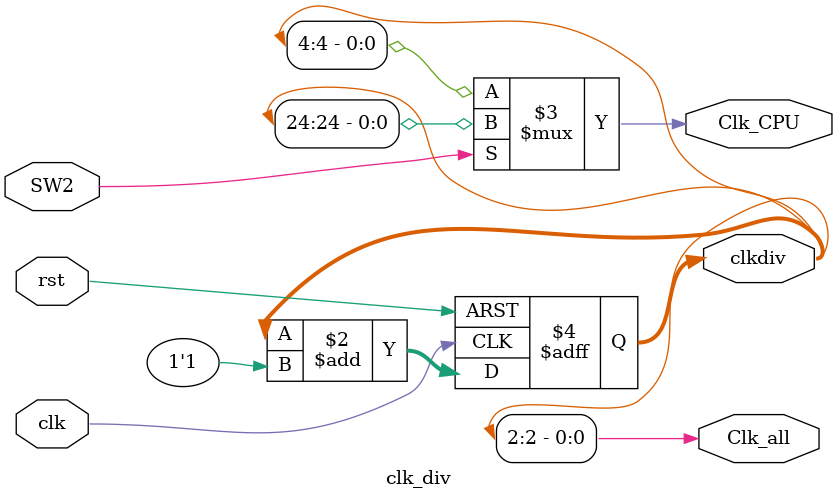
<source format=v>
`timescale 1ns / 1ps
module clk_div(input clk,
					input rst,
					input SW2,
					output reg[31:0]clkdiv,
					output Clk_CPU,
					output Clk_all
					);
					
// Clock divider-ʱ�ӷ�Ƶ��


	always @ (posedge clk or posedge rst) begin 
		if (rst) clkdiv <= 0; else clkdiv <= clkdiv + 1'b1; end
		
	assign Clk_CPU=(SW2)? clkdiv[24] : clkdiv[4];
	assign Clk_all = clkdiv[2];
endmodule

</source>
